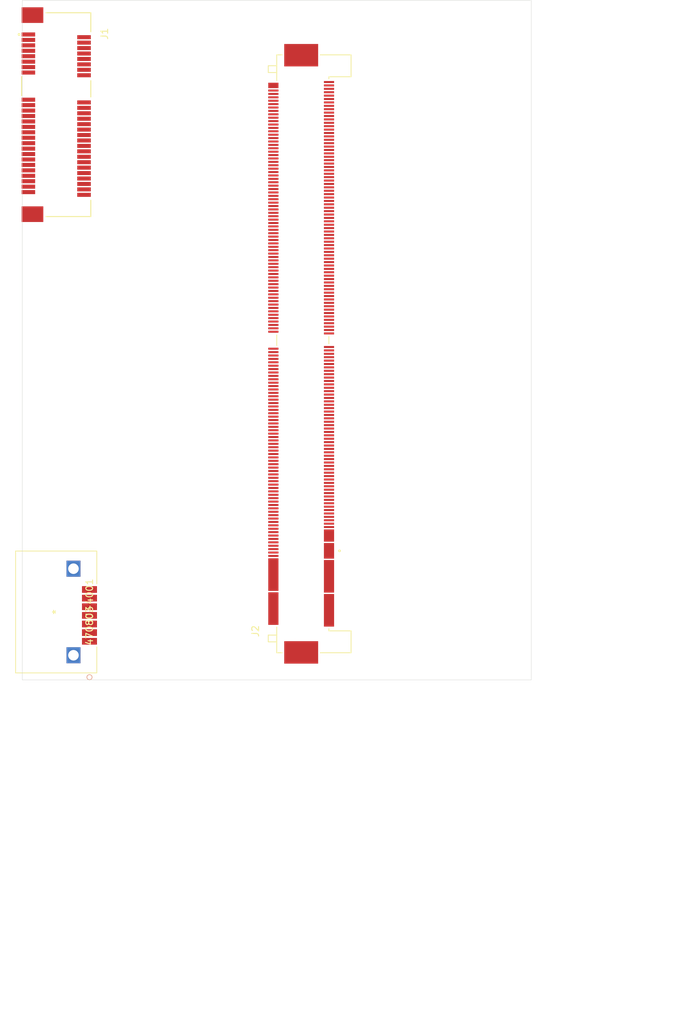
<source format=kicad_pcb>
(kicad_pcb (version 20171130) (host pcbnew 5.1.5+dfsg1-2build2)

  (general
    (thickness 1.6)
    (drawings 6)
    (tracks 0)
    (zones 0)
    (modules 3)
    (nets 2)
  )

  (page A4)
  (layers
    (0 F.Cu signal)
    (31 B.Cu signal)
    (32 B.Adhes user)
    (33 F.Adhes user)
    (34 B.Paste user)
    (35 F.Paste user)
    (36 B.SilkS user)
    (37 F.SilkS user)
    (38 B.Mask user)
    (39 F.Mask user)
    (40 Dwgs.User user)
    (41 Cmts.User user)
    (42 Eco1.User user)
    (43 Eco2.User user)
    (44 Edge.Cuts user)
    (45 Margin user)
    (46 B.CrtYd user)
    (47 F.CrtYd user)
    (48 B.Fab user)
    (49 F.Fab user)
  )

  (setup
    (last_trace_width 0.25)
    (trace_clearance 0.2)
    (zone_clearance 0.508)
    (zone_45_only no)
    (trace_min 0.2)
    (via_size 0.8)
    (via_drill 0.4)
    (via_min_size 0.4)
    (via_min_drill 0.3)
    (uvia_size 0.3)
    (uvia_drill 0.1)
    (uvias_allowed no)
    (uvia_min_size 0.2)
    (uvia_min_drill 0.1)
    (edge_width 0.05)
    (segment_width 0.2)
    (pcb_text_width 0.3)
    (pcb_text_size 1.5 1.5)
    (mod_edge_width 0.12)
    (mod_text_size 1 1)
    (mod_text_width 0.15)
    (pad_size 1.524 1.524)
    (pad_drill 0.762)
    (pad_to_mask_clearance 0.051)
    (solder_mask_min_width 0.25)
    (aux_axis_origin 0 0)
    (visible_elements FFFFFF7F)
    (pcbplotparams
      (layerselection 0x010fc_ffffffff)
      (usegerberextensions false)
      (usegerberattributes false)
      (usegerberadvancedattributes false)
      (creategerberjobfile false)
      (excludeedgelayer true)
      (linewidth 0.100000)
      (plotframeref false)
      (viasonmask false)
      (mode 1)
      (useauxorigin false)
      (hpglpennumber 1)
      (hpglpenspeed 20)
      (hpglpendiameter 15.000000)
      (psnegative false)
      (psa4output false)
      (plotreference true)
      (plotvalue true)
      (plotinvisibletext false)
      (padsonsilk false)
      (subtractmaskfromsilk false)
      (outputformat 1)
      (mirror false)
      (drillshape 1)
      (scaleselection 1)
      (outputdirectory ""))
  )

  (net 0 "")
  (net 1 "Net-(J2-PadS1)")

  (net_class Default "This is the default net class."
    (clearance 0.2)
    (trace_width 0.25)
    (via_dia 0.8)
    (via_drill 0.4)
    (uvia_dia 0.3)
    (uvia_drill 0.1)
    (add_net "Net-(J1-Pad1)")
    (add_net "Net-(J1-Pad10)")
    (add_net "Net-(J1-Pad11)")
    (add_net "Net-(J1-Pad12)")
    (add_net "Net-(J1-Pad13)")
    (add_net "Net-(J1-Pad14)")
    (add_net "Net-(J1-Pad15)")
    (add_net "Net-(J1-Pad16)")
    (add_net "Net-(J1-Pad17)")
    (add_net "Net-(J1-Pad18)")
    (add_net "Net-(J1-Pad19)")
    (add_net "Net-(J1-Pad2)")
    (add_net "Net-(J1-Pad20)")
    (add_net "Net-(J1-Pad21)")
    (add_net "Net-(J1-Pad22)")
    (add_net "Net-(J1-Pad23)")
    (add_net "Net-(J1-Pad24)")
    (add_net "Net-(J1-Pad25)")
    (add_net "Net-(J1-Pad26)")
    (add_net "Net-(J1-Pad27)")
    (add_net "Net-(J1-Pad28)")
    (add_net "Net-(J1-Pad29)")
    (add_net "Net-(J1-Pad3)")
    (add_net "Net-(J1-Pad30)")
    (add_net "Net-(J1-Pad31)")
    (add_net "Net-(J1-Pad32)")
    (add_net "Net-(J1-Pad33)")
    (add_net "Net-(J1-Pad34)")
    (add_net "Net-(J1-Pad35)")
    (add_net "Net-(J1-Pad36)")
    (add_net "Net-(J1-Pad37)")
    (add_net "Net-(J1-Pad38)")
    (add_net "Net-(J1-Pad39)")
    (add_net "Net-(J1-Pad4)")
    (add_net "Net-(J1-Pad40)")
    (add_net "Net-(J1-Pad41)")
    (add_net "Net-(J1-Pad42)")
    (add_net "Net-(J1-Pad43)")
    (add_net "Net-(J1-Pad44)")
    (add_net "Net-(J1-Pad45)")
    (add_net "Net-(J1-Pad46)")
    (add_net "Net-(J1-Pad47)")
    (add_net "Net-(J1-Pad48)")
    (add_net "Net-(J1-Pad49)")
    (add_net "Net-(J1-Pad5)")
    (add_net "Net-(J1-Pad50)")
    (add_net "Net-(J1-Pad51)")
    (add_net "Net-(J1-Pad52)")
    (add_net "Net-(J1-Pad6)")
    (add_net "Net-(J1-Pad7)")
    (add_net "Net-(J1-Pad8)")
    (add_net "Net-(J1-Pad9)")
    (add_net "Net-(J2-Pad1)")
    (add_net "Net-(J2-Pad10)")
    (add_net "Net-(J2-Pad100)")
    (add_net "Net-(J2-Pad101)")
    (add_net "Net-(J2-Pad102)")
    (add_net "Net-(J2-Pad103)")
    (add_net "Net-(J2-Pad104)")
    (add_net "Net-(J2-Pad105)")
    (add_net "Net-(J2-Pad106)")
    (add_net "Net-(J2-Pad107)")
    (add_net "Net-(J2-Pad108)")
    (add_net "Net-(J2-Pad109)")
    (add_net "Net-(J2-Pad11)")
    (add_net "Net-(J2-Pad110)")
    (add_net "Net-(J2-Pad111)")
    (add_net "Net-(J2-Pad112)")
    (add_net "Net-(J2-Pad113)")
    (add_net "Net-(J2-Pad114)")
    (add_net "Net-(J2-Pad115)")
    (add_net "Net-(J2-Pad116)")
    (add_net "Net-(J2-Pad117)")
    (add_net "Net-(J2-Pad118)")
    (add_net "Net-(J2-Pad119)")
    (add_net "Net-(J2-Pad12)")
    (add_net "Net-(J2-Pad120)")
    (add_net "Net-(J2-Pad121)")
    (add_net "Net-(J2-Pad122)")
    (add_net "Net-(J2-Pad123)")
    (add_net "Net-(J2-Pad124)")
    (add_net "Net-(J2-Pad125)")
    (add_net "Net-(J2-Pad133)")
    (add_net "Net-(J2-Pad134)")
    (add_net "Net-(J2-Pad135)")
    (add_net "Net-(J2-Pad136)")
    (add_net "Net-(J2-Pad137)")
    (add_net "Net-(J2-Pad138)")
    (add_net "Net-(J2-Pad139)")
    (add_net "Net-(J2-Pad14)")
    (add_net "Net-(J2-Pad140)")
    (add_net "Net-(J2-Pad141)")
    (add_net "Net-(J2-Pad142)")
    (add_net "Net-(J2-Pad143)")
    (add_net "Net-(J2-Pad144)")
    (add_net "Net-(J2-Pad145)")
    (add_net "Net-(J2-Pad146)")
    (add_net "Net-(J2-Pad147)")
    (add_net "Net-(J2-Pad148)")
    (add_net "Net-(J2-Pad149)")
    (add_net "Net-(J2-Pad150)")
    (add_net "Net-(J2-Pad151)")
    (add_net "Net-(J2-Pad152)")
    (add_net "Net-(J2-Pad153)")
    (add_net "Net-(J2-Pad154)")
    (add_net "Net-(J2-Pad155)")
    (add_net "Net-(J2-Pad156)")
    (add_net "Net-(J2-Pad157)")
    (add_net "Net-(J2-Pad158)")
    (add_net "Net-(J2-Pad159)")
    (add_net "Net-(J2-Pad16)")
    (add_net "Net-(J2-Pad160)")
    (add_net "Net-(J2-Pad161)")
    (add_net "Net-(J2-Pad162)")
    (add_net "Net-(J2-Pad163)")
    (add_net "Net-(J2-Pad164)")
    (add_net "Net-(J2-Pad165)")
    (add_net "Net-(J2-Pad166)")
    (add_net "Net-(J2-Pad167)")
    (add_net "Net-(J2-Pad168)")
    (add_net "Net-(J2-Pad169)")
    (add_net "Net-(J2-Pad170)")
    (add_net "Net-(J2-Pad171)")
    (add_net "Net-(J2-Pad172)")
    (add_net "Net-(J2-Pad173)")
    (add_net "Net-(J2-Pad174)")
    (add_net "Net-(J2-Pad175)")
    (add_net "Net-(J2-Pad176)")
    (add_net "Net-(J2-Pad177)")
    (add_net "Net-(J2-Pad178)")
    (add_net "Net-(J2-Pad179)")
    (add_net "Net-(J2-Pad18)")
    (add_net "Net-(J2-Pad180)")
    (add_net "Net-(J2-Pad181)")
    (add_net "Net-(J2-Pad182)")
    (add_net "Net-(J2-Pad183)")
    (add_net "Net-(J2-Pad184)")
    (add_net "Net-(J2-Pad185)")
    (add_net "Net-(J2-Pad186)")
    (add_net "Net-(J2-Pad187)")
    (add_net "Net-(J2-Pad188)")
    (add_net "Net-(J2-Pad189)")
    (add_net "Net-(J2-Pad19)")
    (add_net "Net-(J2-Pad190)")
    (add_net "Net-(J2-Pad191)")
    (add_net "Net-(J2-Pad192)")
    (add_net "Net-(J2-Pad193)")
    (add_net "Net-(J2-Pad194)")
    (add_net "Net-(J2-Pad195)")
    (add_net "Net-(J2-Pad196)")
    (add_net "Net-(J2-Pad197)")
    (add_net "Net-(J2-Pad198)")
    (add_net "Net-(J2-Pad199)")
    (add_net "Net-(J2-Pad2)")
    (add_net "Net-(J2-Pad20)")
    (add_net "Net-(J2-Pad200)")
    (add_net "Net-(J2-Pad201)")
    (add_net "Net-(J2-Pad202)")
    (add_net "Net-(J2-Pad203)")
    (add_net "Net-(J2-Pad204)")
    (add_net "Net-(J2-Pad205)")
    (add_net "Net-(J2-Pad206)")
    (add_net "Net-(J2-Pad207)")
    (add_net "Net-(J2-Pad208)")
    (add_net "Net-(J2-Pad209)")
    (add_net "Net-(J2-Pad21)")
    (add_net "Net-(J2-Pad210)")
    (add_net "Net-(J2-Pad211)")
    (add_net "Net-(J2-Pad212)")
    (add_net "Net-(J2-Pad213)")
    (add_net "Net-(J2-Pad214)")
    (add_net "Net-(J2-Pad215)")
    (add_net "Net-(J2-Pad216)")
    (add_net "Net-(J2-Pad217)")
    (add_net "Net-(J2-Pad218)")
    (add_net "Net-(J2-Pad219)")
    (add_net "Net-(J2-Pad22)")
    (add_net "Net-(J2-Pad220)")
    (add_net "Net-(J2-Pad221)")
    (add_net "Net-(J2-Pad222)")
    (add_net "Net-(J2-Pad223)")
    (add_net "Net-(J2-Pad224)")
    (add_net "Net-(J2-Pad225)")
    (add_net "Net-(J2-Pad226)")
    (add_net "Net-(J2-Pad227)")
    (add_net "Net-(J2-Pad228)")
    (add_net "Net-(J2-Pad229)")
    (add_net "Net-(J2-Pad23)")
    (add_net "Net-(J2-Pad230)")
    (add_net "Net-(J2-Pad231)")
    (add_net "Net-(J2-Pad232)")
    (add_net "Net-(J2-Pad233)")
    (add_net "Net-(J2-Pad234)")
    (add_net "Net-(J2-Pad235)")
    (add_net "Net-(J2-Pad236)")
    (add_net "Net-(J2-Pad237)")
    (add_net "Net-(J2-Pad238)")
    (add_net "Net-(J2-Pad239)")
    (add_net "Net-(J2-Pad24)")
    (add_net "Net-(J2-Pad240)")
    (add_net "Net-(J2-Pad241)")
    (add_net "Net-(J2-Pad242)")
    (add_net "Net-(J2-Pad243)")
    (add_net "Net-(J2-Pad244)")
    (add_net "Net-(J2-Pad245)")
    (add_net "Net-(J2-Pad246)")
    (add_net "Net-(J2-Pad247)")
    (add_net "Net-(J2-Pad248)")
    (add_net "Net-(J2-Pad249)")
    (add_net "Net-(J2-Pad25)")
    (add_net "Net-(J2-Pad250)")
    (add_net "Net-(J2-Pad251)")
    (add_net "Net-(J2-Pad252)")
    (add_net "Net-(J2-Pad253)")
    (add_net "Net-(J2-Pad254)")
    (add_net "Net-(J2-Pad255)")
    (add_net "Net-(J2-Pad256)")
    (add_net "Net-(J2-Pad257)")
    (add_net "Net-(J2-Pad258)")
    (add_net "Net-(J2-Pad259)")
    (add_net "Net-(J2-Pad26)")
    (add_net "Net-(J2-Pad260)")
    (add_net "Net-(J2-Pad261)")
    (add_net "Net-(J2-Pad262)")
    (add_net "Net-(J2-Pad263)")
    (add_net "Net-(J2-Pad264)")
    (add_net "Net-(J2-Pad265)")
    (add_net "Net-(J2-Pad266)")
    (add_net "Net-(J2-Pad267)")
    (add_net "Net-(J2-Pad268)")
    (add_net "Net-(J2-Pad269)")
    (add_net "Net-(J2-Pad27)")
    (add_net "Net-(J2-Pad270)")
    (add_net "Net-(J2-Pad271)")
    (add_net "Net-(J2-Pad272)")
    (add_net "Net-(J2-Pad273)")
    (add_net "Net-(J2-Pad274)")
    (add_net "Net-(J2-Pad275)")
    (add_net "Net-(J2-Pad276)")
    (add_net "Net-(J2-Pad277)")
    (add_net "Net-(J2-Pad278)")
    (add_net "Net-(J2-Pad279)")
    (add_net "Net-(J2-Pad28)")
    (add_net "Net-(J2-Pad281)")
    (add_net "Net-(J2-Pad29)")
    (add_net "Net-(J2-Pad30)")
    (add_net "Net-(J2-Pad31)")
    (add_net "Net-(J2-Pad32)")
    (add_net "Net-(J2-Pad33)")
    (add_net "Net-(J2-Pad34)")
    (add_net "Net-(J2-Pad35)")
    (add_net "Net-(J2-Pad36)")
    (add_net "Net-(J2-Pad37)")
    (add_net "Net-(J2-Pad38)")
    (add_net "Net-(J2-Pad39)")
    (add_net "Net-(J2-Pad4)")
    (add_net "Net-(J2-Pad40)")
    (add_net "Net-(J2-Pad41)")
    (add_net "Net-(J2-Pad42)")
    (add_net "Net-(J2-Pad43)")
    (add_net "Net-(J2-Pad44)")
    (add_net "Net-(J2-Pad45)")
    (add_net "Net-(J2-Pad46)")
    (add_net "Net-(J2-Pad47)")
    (add_net "Net-(J2-Pad48)")
    (add_net "Net-(J2-Pad49)")
    (add_net "Net-(J2-Pad50)")
    (add_net "Net-(J2-Pad51)")
    (add_net "Net-(J2-Pad52)")
    (add_net "Net-(J2-Pad53)")
    (add_net "Net-(J2-Pad54)")
    (add_net "Net-(J2-Pad55)")
    (add_net "Net-(J2-Pad56)")
    (add_net "Net-(J2-Pad57)")
    (add_net "Net-(J2-Pad58)")
    (add_net "Net-(J2-Pad59)")
    (add_net "Net-(J2-Pad6)")
    (add_net "Net-(J2-Pad60)")
    (add_net "Net-(J2-Pad61)")
    (add_net "Net-(J2-Pad62)")
    (add_net "Net-(J2-Pad63)")
    (add_net "Net-(J2-Pad64)")
    (add_net "Net-(J2-Pad65)")
    (add_net "Net-(J2-Pad66)")
    (add_net "Net-(J2-Pad67)")
    (add_net "Net-(J2-Pad68)")
    (add_net "Net-(J2-Pad69)")
    (add_net "Net-(J2-Pad70)")
    (add_net "Net-(J2-Pad71)")
    (add_net "Net-(J2-Pad72)")
    (add_net "Net-(J2-Pad73)")
    (add_net "Net-(J2-Pad74)")
    (add_net "Net-(J2-Pad75)")
    (add_net "Net-(J2-Pad76)")
    (add_net "Net-(J2-Pad77)")
    (add_net "Net-(J2-Pad78)")
    (add_net "Net-(J2-Pad79)")
    (add_net "Net-(J2-Pad8)")
    (add_net "Net-(J2-Pad80)")
    (add_net "Net-(J2-Pad81)")
    (add_net "Net-(J2-Pad82)")
    (add_net "Net-(J2-Pad83)")
    (add_net "Net-(J2-Pad84)")
    (add_net "Net-(J2-Pad85)")
    (add_net "Net-(J2-Pad86)")
    (add_net "Net-(J2-Pad87)")
    (add_net "Net-(J2-Pad88)")
    (add_net "Net-(J2-Pad89)")
    (add_net "Net-(J2-Pad90)")
    (add_net "Net-(J2-Pad91)")
    (add_net "Net-(J2-Pad92)")
    (add_net "Net-(J2-Pad93)")
    (add_net "Net-(J2-Pad94)")
    (add_net "Net-(J2-Pad95)")
    (add_net "Net-(J2-Pad96)")
    (add_net "Net-(J2-Pad97)")
    (add_net "Net-(J2-Pad98)")
    (add_net "Net-(J2-Pad99)")
    (add_net "Net-(J2-PadE1)")
    (add_net "Net-(J2-PadE2)")
    (add_net "Net-(J2-PadE3)")
    (add_net "Net-(J2-PadE4)")
    (add_net "Net-(J2-PadS1)")
    (add_net "Net-(J3-Pad1)")
    (add_net "Net-(J3-Pad2)")
    (add_net "Net-(J3-Pad3)")
    (add_net "Net-(J3-Pad4)")
    (add_net "Net-(J3-Pad5)")
    (add_net "Net-(J3-Pad6)")
    (add_net "Net-(J3-Pad7)")
  )

  (module footprint_IMX:47080-4001 (layer F.Cu) (tedit 0) (tstamp 60EDFCF6)
    (at 95 120 270)
    (path /60F12D87)
    (fp_text reference J3 (at 0 -4.904699 90) (layer F.SilkS)
      (effects (font (size 1 1) (thickness 0.15)))
    )
    (fp_text value 47080-4001 (at 0 -4.904699 90) (layer F.SilkS)
      (effects (font (size 1 1) (thickness 0.15)))
    )
    (fp_circle (center 4.309999 -2.999699) (end 4.690999 -2.999699) (layer F.Fab) (width 0.1))
    (fp_circle (center 9.6012 -4.904699) (end 9.9822 -4.904699) (layer B.SilkS) (width 0.12))
    (fp_circle (center 9.6012 -4.904699) (end 9.9822 -4.904699) (layer F.SilkS) (width 0.12))
    (fp_line (start 9.0932 -6.263599) (end -9.0932 -6.263599) (layer F.CrtYd) (width 0.05))
    (fp_line (start 9.0932 6.1087) (end 9.0932 -6.263599) (layer F.CrtYd) (width 0.05))
    (fp_line (start -9.0932 6.1087) (end 9.0932 6.1087) (layer F.CrtYd) (width 0.05))
    (fp_line (start -9.0932 -6.263599) (end -9.0932 6.1087) (layer F.CrtYd) (width 0.05))
    (fp_line (start -4.138041 -5.981699) (end -8.9662 -5.981699) (layer F.SilkS) (width 0.12))
    (fp_line (start -8.8392 -5.854699) (end -8.8392 5.8547) (layer F.Fab) (width 0.1))
    (fp_line (start 8.8392 -5.854699) (end -8.8392 -5.854699) (layer F.Fab) (width 0.1))
    (fp_line (start 8.8392 5.8547) (end 8.8392 -5.854699) (layer F.Fab) (width 0.1))
    (fp_line (start -8.8392 5.8547) (end 8.8392 5.8547) (layer F.Fab) (width 0.1))
    (fp_line (start -8.9662 -5.981699) (end -8.9662 5.9817) (layer F.SilkS) (width 0.12))
    (fp_line (start 8.9662 -5.981699) (end 5.138039 -5.981699) (layer F.SilkS) (width 0.12))
    (fp_line (start 8.9662 5.9817) (end 8.9662 -5.981699) (layer F.SilkS) (width 0.12))
    (fp_line (start -8.9662 5.9817) (end 8.9662 5.9817) (layer F.SilkS) (width 0.12))
    (fp_text user * (at 0 0 90) (layer F.Fab)
      (effects (font (size 1 1) (thickness 0.15)))
    )
    (fp_text user * (at 0 0 90) (layer F.SilkS)
      (effects (font (size 1 1) (thickness 0.15)))
    )
    (fp_text user "Copyright 2021 Accelerated Designs. All rights reserved." (at 0 0 90) (layer Cmts.User)
      (effects (font (size 0.127 0.127) (thickness 0.002)))
    )
    (pad 9 thru_hole rect (at 6.37 -2.544785) (size 2.0574 2.3622) (drill 1.5494) (layers *.Cu *.Mask))
    (pad 8 thru_hole rect (at -6.37 -2.544785) (size 2.0574 2.3622) (drill 1.5494) (layers *.Cu *.Mask))
    (pad 7 smd rect (at -3.310001 -4.904699 270) (size 0.9906 2.2098) (layers F.Cu F.Paste F.Mask))
    (pad 6 smd rect (at -2.040001 -4.904699 270) (size 0.9906 2.2098) (layers F.Cu F.Paste F.Mask))
    (pad 5 smd rect (at -0.770001 -4.904699 270) (size 0.9906 2.2098) (layers F.Cu F.Paste F.Mask))
    (pad 4 smd rect (at 0.499999 -4.904699 270) (size 0.9906 2.2098) (layers F.Cu F.Paste F.Mask))
    (pad 3 smd rect (at 1.769999 -4.904699 270) (size 0.9906 2.2098) (layers F.Cu F.Paste F.Mask))
    (pad 2 smd rect (at 3.039999 -4.904699 270) (size 0.9906 2.2098) (layers F.Cu F.Paste F.Mask))
    (pad 1 smd rect (at 4.309999 -4.904699 270) (size 0.9906 2.2098) (layers F.Cu F.Paste F.Mask))
  )

  (module footprint_IMX:JAE_MM70-314-310B1-2-R300 (layer F.Cu) (tedit 60EDF3C7) (tstamp 60EDFCD6)
    (at 130 80 90)
    (path /60EE2126)
    (fp_text reference J2 (at -42.825 -5.635 90) (layer F.SilkS)
      (effects (font (size 1 1) (thickness 0.15)))
    )
    (fp_text value MM70-314-310B1-1-R300 (at -30.125 10.135 90) (layer F.Fab)
      (effects (font (size 1 1) (thickness 0.15)))
    )
    (fp_line (start -42.78 8.45) (end -42.78 5.18) (layer F.SilkS) (width 0.127))
    (fp_line (start -46 3.914) (end -46 8.45) (layer F.SilkS) (width 0.127))
    (fp_line (start 42 8.45) (end 42 3.914) (layer F.SilkS) (width 0.127))
    (fp_line (start 38.78 8.45) (end 38.78 5.18) (layer F.SilkS) (width 0.127))
    (fp_line (start 38.78 8.45) (end 42 8.45) (layer F.SilkS) (width 0.127))
    (fp_line (start -46 8.45) (end -42.78 8.45) (layer F.SilkS) (width 0.127))
    (fp_line (start 39.4 -2.5) (end 40.4 -2.5) (layer F.SilkS) (width 0.127))
    (fp_line (start 40.4 -2.5) (end 39.4 -2.5) (layer F.Fab) (width 0.127))
    (fp_line (start -43.4 -2.5) (end -44.4 -2.5) (layer F.Fab) (width 0.127))
    (fp_line (start -43.4 -3.75) (end -43.4 -2.5) (layer F.SilkS) (width 0.127))
    (fp_line (start -44.4 -3.75) (end -44.4 -2.5) (layer F.SilkS) (width 0.127))
    (fp_line (start -43.4 -3.75) (end -44.4 -3.75) (layer F.SilkS) (width 0.127))
    (fp_line (start 39.4 -3.75) (end 39.4 -2.5) (layer F.SilkS) (width 0.127))
    (fp_line (start 40.4 -3.75) (end 40.4 -2.5) (layer F.SilkS) (width 0.127))
    (fp_line (start 39.4 -3.75) (end 40.4 -3.75) (layer F.SilkS) (width 0.127))
    (fp_circle (center -31 6.75) (end -30.9 6.75) (layer F.Fab) (width 0.2))
    (fp_line (start -0.5365 5.18) (end 0.5365 5.18) (layer F.SilkS) (width 0.127))
    (fp_circle (center -31 6.75) (end -30.9 6.75) (layer F.SilkS) (width 0.2))
    (fp_line (start 43.85 8.7) (end -47.85 8.7) (layer F.CrtYd) (width 0.05))
    (fp_line (start 43.85 -4) (end 43.85 8.7) (layer F.CrtYd) (width 0.05))
    (fp_line (start -47.85 -4) (end 43.85 -4) (layer F.CrtYd) (width 0.05))
    (fp_line (start -47.85 8.7) (end -47.85 -4) (layer F.CrtYd) (width 0.05))
    (fp_line (start 42 -2.5) (end 42 -1.714) (layer F.SilkS) (width 0.127))
    (fp_line (start 40.4 -2.5) (end 42 -2.5) (layer F.SilkS) (width 0.127))
    (fp_line (start 38.214 -2.5) (end 39.4 -2.5) (layer F.SilkS) (width 0.127))
    (fp_line (start 38.464 5.18) (end 38.78 5.18) (layer F.SilkS) (width 0.127))
    (fp_line (start -0.7865 -2.5) (end 0.7865 -2.5) (layer F.SilkS) (width 0.127))
    (fp_line (start -42.78 5.18) (end -42.464 5.18) (layer F.SilkS) (width 0.127))
    (fp_line (start -46 -2.5) (end -46 -1.714) (layer F.SilkS) (width 0.127))
    (fp_line (start -44.4 -2.5) (end -46 -2.5) (layer F.SilkS) (width 0.127))
    (fp_line (start -43.4 -2.5) (end -44.4 -2.5) (layer F.SilkS) (width 0.127))
    (fp_line (start -42.214 -2.5) (end -43.4 -2.5) (layer F.SilkS) (width 0.127))
    (fp_line (start -44.4 -2.5) (end -46 -2.5) (layer F.Fab) (width 0.127))
    (fp_line (start -44.4 -3.75) (end -44.4 -2.5) (layer F.Fab) (width 0.127))
    (fp_line (start -43.4 -3.75) (end -44.4 -3.75) (layer F.Fab) (width 0.127))
    (fp_line (start -43.4 -2.5) (end -43.4 -3.75) (layer F.Fab) (width 0.127))
    (fp_line (start 39.4 -2.5) (end -43.4 -2.5) (layer F.Fab) (width 0.127))
    (fp_line (start 39.4 -3.75) (end 39.4 -2.5) (layer F.Fab) (width 0.127))
    (fp_line (start 40.4 -3.75) (end 39.4 -3.75) (layer F.Fab) (width 0.127))
    (fp_line (start 40.4 -2.5) (end 40.4 -3.75) (layer F.Fab) (width 0.127))
    (fp_line (start 42 -2.5) (end 40.4 -2.5) (layer F.Fab) (width 0.127))
    (fp_line (start 42 8.45) (end 42 -2.5) (layer F.Fab) (width 0.127))
    (fp_line (start 38.78 8.45) (end 42 8.45) (layer F.Fab) (width 0.127))
    (fp_line (start 38.78 5.18) (end 38.78 8.45) (layer F.Fab) (width 0.127))
    (fp_line (start -42.78 5.18) (end 38.78 5.18) (layer F.Fab) (width 0.127))
    (fp_line (start -42.78 8.45) (end -42.78 5.18) (layer F.Fab) (width 0.127))
    (fp_line (start -46 8.45) (end -42.78 8.45) (layer F.Fab) (width 0.127))
    (fp_line (start -46 -2.5) (end -46 8.45) (layer F.Fab) (width 0.127))
    (pad S1 smd rect (at -45.95 1.1 90) (size 3.3 5) (layers F.Cu F.Paste F.Mask)
      (net 1 "Net-(J2-PadS1)"))
    (pad S2 smd rect (at 41.95 1.1 90) (size 3.3 5) (layers F.Cu F.Paste F.Mask)
      (net 1 "Net-(J2-PadS1)"))
    (pad None np_thru_hole circle (at 39 0 90) (size 1.7 1.7) (drill 1.7) (layers *.Cu *.Mask))
    (pad None np_thru_hole circle (at -43 0 90) (size 1.2 1.2) (drill 1.2) (layers *.Cu *.Mask))
    (pad 278 smd rect (at 37.5 -3 90) (size 0.8 1.5) (layers F.Cu F.Paste F.Mask))
    (pad 281 smd rect (at 38 5.2 90) (size 0.3 1.5) (layers F.Cu F.Paste F.Mask))
    (pad 279 smd rect (at 37.5 5.2 90) (size 0.3 1.5) (layers F.Cu F.Paste F.Mask))
    (pad 277 smd rect (at 37 5.2 90) (size 0.3 1.5) (layers F.Cu F.Paste F.Mask))
    (pad 276 smd rect (at 36.75 -3 90) (size 0.3 1.5) (layers F.Cu F.Paste F.Mask))
    (pad 275 smd rect (at 36.5 5.2 90) (size 0.3 1.5) (layers F.Cu F.Paste F.Mask))
    (pad 274 smd rect (at 36.25 -3 90) (size 0.3 1.5) (layers F.Cu F.Paste F.Mask))
    (pad 273 smd rect (at 36 5.2 90) (size 0.3 1.5) (layers F.Cu F.Paste F.Mask))
    (pad 272 smd rect (at 35.75 -3 90) (size 0.3 1.5) (layers F.Cu F.Paste F.Mask))
    (pad 271 smd rect (at 35.5 5.2 90) (size 0.3 1.5) (layers F.Cu F.Paste F.Mask))
    (pad 270 smd rect (at 35.25 -3 90) (size 0.3 1.5) (layers F.Cu F.Paste F.Mask))
    (pad 269 smd rect (at 35 5.2 90) (size 0.3 1.5) (layers F.Cu F.Paste F.Mask))
    (pad 268 smd rect (at 34.75 -3 90) (size 0.3 1.5) (layers F.Cu F.Paste F.Mask))
    (pad 267 smd rect (at 34.5 5.2 90) (size 0.3 1.5) (layers F.Cu F.Paste F.Mask))
    (pad 266 smd rect (at 34.25 -3 90) (size 0.3 1.5) (layers F.Cu F.Paste F.Mask))
    (pad 265 smd rect (at 34 5.2 90) (size 0.3 1.5) (layers F.Cu F.Paste F.Mask))
    (pad 264 smd rect (at 33.75 -3 90) (size 0.3 1.5) (layers F.Cu F.Paste F.Mask))
    (pad 263 smd rect (at 33.5 5.2 90) (size 0.3 1.5) (layers F.Cu F.Paste F.Mask))
    (pad 262 smd rect (at 33.25 -3 90) (size 0.3 1.5) (layers F.Cu F.Paste F.Mask))
    (pad 261 smd rect (at 33 5.2 90) (size 0.3 1.5) (layers F.Cu F.Paste F.Mask))
    (pad 260 smd rect (at 32.75 -3 90) (size 0.3 1.5) (layers F.Cu F.Paste F.Mask))
    (pad 259 smd rect (at 32.5 5.2 90) (size 0.3 1.5) (layers F.Cu F.Paste F.Mask))
    (pad 258 smd rect (at 32.25 -3 90) (size 0.3 1.5) (layers F.Cu F.Paste F.Mask))
    (pad 257 smd rect (at 32 5.2 90) (size 0.3 1.5) (layers F.Cu F.Paste F.Mask))
    (pad 256 smd rect (at 31.75 -3 90) (size 0.3 1.5) (layers F.Cu F.Paste F.Mask))
    (pad 255 smd rect (at 31.5 5.2 90) (size 0.3 1.5) (layers F.Cu F.Paste F.Mask))
    (pad 254 smd rect (at 31.25 -3 90) (size 0.3 1.5) (layers F.Cu F.Paste F.Mask))
    (pad 253 smd rect (at 31 5.2 90) (size 0.3 1.5) (layers F.Cu F.Paste F.Mask))
    (pad 252 smd rect (at 30.75 -3 90) (size 0.3 1.5) (layers F.Cu F.Paste F.Mask))
    (pad 251 smd rect (at 30.5 5.2 90) (size 0.3 1.5) (layers F.Cu F.Paste F.Mask))
    (pad 250 smd rect (at 30.25 -3 90) (size 0.3 1.5) (layers F.Cu F.Paste F.Mask))
    (pad 249 smd rect (at 30 5.2 90) (size 0.3 1.5) (layers F.Cu F.Paste F.Mask))
    (pad 248 smd rect (at 29.75 -3 90) (size 0.3 1.5) (layers F.Cu F.Paste F.Mask))
    (pad 247 smd rect (at 29.5 5.2 90) (size 0.3 1.5) (layers F.Cu F.Paste F.Mask))
    (pad 246 smd rect (at 29.25 -3 90) (size 0.3 1.5) (layers F.Cu F.Paste F.Mask))
    (pad 245 smd rect (at 29 5.2 90) (size 0.3 1.5) (layers F.Cu F.Paste F.Mask))
    (pad 244 smd rect (at 28.75 -3 90) (size 0.3 1.5) (layers F.Cu F.Paste F.Mask))
    (pad 243 smd rect (at 28.5 5.2 90) (size 0.3 1.5) (layers F.Cu F.Paste F.Mask))
    (pad 242 smd rect (at 28.25 -3 90) (size 0.3 1.5) (layers F.Cu F.Paste F.Mask))
    (pad 241 smd rect (at 28 5.2 90) (size 0.3 1.5) (layers F.Cu F.Paste F.Mask))
    (pad 240 smd rect (at 27.75 -3 90) (size 0.3 1.5) (layers F.Cu F.Paste F.Mask))
    (pad 239 smd rect (at 27.5 5.2 90) (size 0.3 1.5) (layers F.Cu F.Paste F.Mask))
    (pad 238 smd rect (at 27.25 -3 90) (size 0.3 1.5) (layers F.Cu F.Paste F.Mask))
    (pad 237 smd rect (at 27 5.2 90) (size 0.3 1.5) (layers F.Cu F.Paste F.Mask))
    (pad 236 smd rect (at 26.75 -3 90) (size 0.3 1.5) (layers F.Cu F.Paste F.Mask))
    (pad 235 smd rect (at 26.5 5.2 90) (size 0.3 1.5) (layers F.Cu F.Paste F.Mask))
    (pad 234 smd rect (at 26.25 -3 90) (size 0.3 1.5) (layers F.Cu F.Paste F.Mask))
    (pad 233 smd rect (at 26 5.2 90) (size 0.3 1.5) (layers F.Cu F.Paste F.Mask))
    (pad 232 smd rect (at 25.75 -3 90) (size 0.3 1.5) (layers F.Cu F.Paste F.Mask))
    (pad 231 smd rect (at 25.5 5.2 90) (size 0.3 1.5) (layers F.Cu F.Paste F.Mask))
    (pad 230 smd rect (at 25.25 -3 90) (size 0.3 1.5) (layers F.Cu F.Paste F.Mask))
    (pad 229 smd rect (at 25 5.2 90) (size 0.3 1.5) (layers F.Cu F.Paste F.Mask))
    (pad 228 smd rect (at 24.75 -3 90) (size 0.3 1.5) (layers F.Cu F.Paste F.Mask))
    (pad 227 smd rect (at 24.5 5.2 90) (size 0.3 1.5) (layers F.Cu F.Paste F.Mask))
    (pad 226 smd rect (at 24.25 -3 90) (size 0.3 1.5) (layers F.Cu F.Paste F.Mask))
    (pad 225 smd rect (at 24 5.2 90) (size 0.3 1.5) (layers F.Cu F.Paste F.Mask))
    (pad 224 smd rect (at 23.75 -3 90) (size 0.3 1.5) (layers F.Cu F.Paste F.Mask))
    (pad 223 smd rect (at 23.5 5.2 90) (size 0.3 1.5) (layers F.Cu F.Paste F.Mask))
    (pad 222 smd rect (at 23.25 -3 90) (size 0.3 1.5) (layers F.Cu F.Paste F.Mask))
    (pad 221 smd rect (at 23 5.2 90) (size 0.3 1.5) (layers F.Cu F.Paste F.Mask))
    (pad 220 smd rect (at 22.75 -3 90) (size 0.3 1.5) (layers F.Cu F.Paste F.Mask))
    (pad 219 smd rect (at 22.5 5.2 90) (size 0.3 1.5) (layers F.Cu F.Paste F.Mask))
    (pad 218 smd rect (at 22.25 -3 90) (size 0.3 1.5) (layers F.Cu F.Paste F.Mask))
    (pad 217 smd rect (at 22 5.2 90) (size 0.3 1.5) (layers F.Cu F.Paste F.Mask))
    (pad 216 smd rect (at 21.75 -3 90) (size 0.3 1.5) (layers F.Cu F.Paste F.Mask))
    (pad 215 smd rect (at 21.5 5.2 90) (size 0.3 1.5) (layers F.Cu F.Paste F.Mask))
    (pad 214 smd rect (at 21.25 -3 90) (size 0.3 1.5) (layers F.Cu F.Paste F.Mask))
    (pad 213 smd rect (at 21 5.2 90) (size 0.3 1.5) (layers F.Cu F.Paste F.Mask))
    (pad 212 smd rect (at 20.75 -3 90) (size 0.3 1.5) (layers F.Cu F.Paste F.Mask))
    (pad 211 smd rect (at 20.5 5.2 90) (size 0.3 1.5) (layers F.Cu F.Paste F.Mask))
    (pad 210 smd rect (at 20.25 -3 90) (size 0.3 1.5) (layers F.Cu F.Paste F.Mask))
    (pad 209 smd rect (at 20 5.2 90) (size 0.3 1.5) (layers F.Cu F.Paste F.Mask))
    (pad 208 smd rect (at 19.75 -3 90) (size 0.3 1.5) (layers F.Cu F.Paste F.Mask))
    (pad 207 smd rect (at 19.5 5.2 90) (size 0.3 1.5) (layers F.Cu F.Paste F.Mask))
    (pad 206 smd rect (at 19.25 -3 90) (size 0.3 1.5) (layers F.Cu F.Paste F.Mask))
    (pad 205 smd rect (at 19 5.2 90) (size 0.3 1.5) (layers F.Cu F.Paste F.Mask))
    (pad 204 smd rect (at 18.75 -3 90) (size 0.3 1.5) (layers F.Cu F.Paste F.Mask))
    (pad 203 smd rect (at 18.5 5.2 90) (size 0.3 1.5) (layers F.Cu F.Paste F.Mask))
    (pad 202 smd rect (at 18.25 -3 90) (size 0.3 1.5) (layers F.Cu F.Paste F.Mask))
    (pad 201 smd rect (at 18 5.2 90) (size 0.3 1.5) (layers F.Cu F.Paste F.Mask))
    (pad 200 smd rect (at 17.75 -3 90) (size 0.3 1.5) (layers F.Cu F.Paste F.Mask))
    (pad 199 smd rect (at 17.5 5.2 90) (size 0.3 1.5) (layers F.Cu F.Paste F.Mask))
    (pad 198 smd rect (at 17.25 -3 90) (size 0.3 1.5) (layers F.Cu F.Paste F.Mask))
    (pad 197 smd rect (at 17 5.2 90) (size 0.3 1.5) (layers F.Cu F.Paste F.Mask))
    (pad 196 smd rect (at 16.75 -3 90) (size 0.3 1.5) (layers F.Cu F.Paste F.Mask))
    (pad 195 smd rect (at 16.5 5.2 90) (size 0.3 1.5) (layers F.Cu F.Paste F.Mask))
    (pad 194 smd rect (at 16.25 -3 90) (size 0.3 1.5) (layers F.Cu F.Paste F.Mask))
    (pad 193 smd rect (at 16 5.2 90) (size 0.3 1.5) (layers F.Cu F.Paste F.Mask))
    (pad 192 smd rect (at 15.75 -3 90) (size 0.3 1.5) (layers F.Cu F.Paste F.Mask))
    (pad 191 smd rect (at 15.5 5.2 90) (size 0.3 1.5) (layers F.Cu F.Paste F.Mask))
    (pad 190 smd rect (at 15.25 -3 90) (size 0.3 1.5) (layers F.Cu F.Paste F.Mask))
    (pad 189 smd rect (at 15 5.2 90) (size 0.3 1.5) (layers F.Cu F.Paste F.Mask))
    (pad 188 smd rect (at 14.75 -3 90) (size 0.3 1.5) (layers F.Cu F.Paste F.Mask))
    (pad 187 smd rect (at 14.5 5.2 90) (size 0.3 1.5) (layers F.Cu F.Paste F.Mask))
    (pad 186 smd rect (at 14.25 -3 90) (size 0.3 1.5) (layers F.Cu F.Paste F.Mask))
    (pad 185 smd rect (at 14 5.2 90) (size 0.3 1.5) (layers F.Cu F.Paste F.Mask))
    (pad 184 smd rect (at 13.75 -3 90) (size 0.3 1.5) (layers F.Cu F.Paste F.Mask))
    (pad 183 smd rect (at 13.5 5.2 90) (size 0.3 1.5) (layers F.Cu F.Paste F.Mask))
    (pad 182 smd rect (at 13.25 -3 90) (size 0.3 1.5) (layers F.Cu F.Paste F.Mask))
    (pad 181 smd rect (at 13 5.2 90) (size 0.3 1.5) (layers F.Cu F.Paste F.Mask))
    (pad 180 smd rect (at 12.75 -3 90) (size 0.3 1.5) (layers F.Cu F.Paste F.Mask))
    (pad 179 smd rect (at 12.5 5.2 90) (size 0.3 1.5) (layers F.Cu F.Paste F.Mask))
    (pad 178 smd rect (at 12.25 -3 90) (size 0.3 1.5) (layers F.Cu F.Paste F.Mask))
    (pad 177 smd rect (at 12 5.2 90) (size 0.3 1.5) (layers F.Cu F.Paste F.Mask))
    (pad 176 smd rect (at 11.75 -3 90) (size 0.3 1.5) (layers F.Cu F.Paste F.Mask))
    (pad 175 smd rect (at 11.5 5.2 90) (size 0.3 1.5) (layers F.Cu F.Paste F.Mask))
    (pad 174 smd rect (at 11.25 -3 90) (size 0.3 1.5) (layers F.Cu F.Paste F.Mask))
    (pad 173 smd rect (at 11 5.2 90) (size 0.3 1.5) (layers F.Cu F.Paste F.Mask))
    (pad 172 smd rect (at 10.75 -3 90) (size 0.3 1.5) (layers F.Cu F.Paste F.Mask))
    (pad 171 smd rect (at 10.5 5.2 90) (size 0.3 1.5) (layers F.Cu F.Paste F.Mask))
    (pad 170 smd rect (at 10.25 -3 90) (size 0.3 1.5) (layers F.Cu F.Paste F.Mask))
    (pad 169 smd rect (at 10 5.2 90) (size 0.3 1.5) (layers F.Cu F.Paste F.Mask))
    (pad 168 smd rect (at 9.75 -3 90) (size 0.3 1.5) (layers F.Cu F.Paste F.Mask))
    (pad 167 smd rect (at 9.5 5.2 90) (size 0.3 1.5) (layers F.Cu F.Paste F.Mask))
    (pad 166 smd rect (at 9.25 -3 90) (size 0.3 1.5) (layers F.Cu F.Paste F.Mask))
    (pad 165 smd rect (at 9 5.2 90) (size 0.3 1.5) (layers F.Cu F.Paste F.Mask))
    (pad 164 smd rect (at 8.75 -3 90) (size 0.3 1.5) (layers F.Cu F.Paste F.Mask))
    (pad 163 smd rect (at 8.5 5.2 90) (size 0.3 1.5) (layers F.Cu F.Paste F.Mask))
    (pad 162 smd rect (at 8.25 -3 90) (size 0.3 1.5) (layers F.Cu F.Paste F.Mask))
    (pad 161 smd rect (at 8 5.2 90) (size 0.3 1.5) (layers F.Cu F.Paste F.Mask))
    (pad 160 smd rect (at 7.75 -3 90) (size 0.3 1.5) (layers F.Cu F.Paste F.Mask))
    (pad 159 smd rect (at 7.5 5.2 90) (size 0.3 1.5) (layers F.Cu F.Paste F.Mask))
    (pad 158 smd rect (at 7.25 -3 90) (size 0.3 1.5) (layers F.Cu F.Paste F.Mask))
    (pad 157 smd rect (at 7 5.2 90) (size 0.3 1.5) (layers F.Cu F.Paste F.Mask))
    (pad 156 smd rect (at 6.75 -3 90) (size 0.3 1.5) (layers F.Cu F.Paste F.Mask))
    (pad 155 smd rect (at 6.5 5.2 90) (size 0.3 1.5) (layers F.Cu F.Paste F.Mask))
    (pad 154 smd rect (at 6.25 -3 90) (size 0.3 1.5) (layers F.Cu F.Paste F.Mask))
    (pad 153 smd rect (at 6 5.2 90) (size 0.3 1.5) (layers F.Cu F.Paste F.Mask))
    (pad 152 smd rect (at 5.75 -3 90) (size 0.3 1.5) (layers F.Cu F.Paste F.Mask))
    (pad 151 smd rect (at 5.5 5.2 90) (size 0.3 1.5) (layers F.Cu F.Paste F.Mask))
    (pad 150 smd rect (at 5.25 -3 90) (size 0.3 1.5) (layers F.Cu F.Paste F.Mask))
    (pad 149 smd rect (at 5 5.2 90) (size 0.3 1.5) (layers F.Cu F.Paste F.Mask))
    (pad 148 smd rect (at 4.75 -3 90) (size 0.3 1.5) (layers F.Cu F.Paste F.Mask))
    (pad 147 smd rect (at 4.5 5.2 90) (size 0.3 1.5) (layers F.Cu F.Paste F.Mask))
    (pad 146 smd rect (at 4.25 -3 90) (size 0.3 1.5) (layers F.Cu F.Paste F.Mask))
    (pad 145 smd rect (at 4 5.2 90) (size 0.3 1.5) (layers F.Cu F.Paste F.Mask))
    (pad 144 smd rect (at 3.75 -3 90) (size 0.3 1.5) (layers F.Cu F.Paste F.Mask))
    (pad 143 smd rect (at 3.5 5.2 90) (size 0.3 1.5) (layers F.Cu F.Paste F.Mask))
    (pad 142 smd rect (at 3.25 -3 90) (size 0.3 1.5) (layers F.Cu F.Paste F.Mask))
    (pad 141 smd rect (at 3 5.2 90) (size 0.3 1.5) (layers F.Cu F.Paste F.Mask))
    (pad 140 smd rect (at 2.75 -3 90) (size 0.3 1.5) (layers F.Cu F.Paste F.Mask))
    (pad 139 smd rect (at 2.5 5.2 90) (size 0.3 1.5) (layers F.Cu F.Paste F.Mask))
    (pad 138 smd rect (at 2.25 -3 90) (size 0.3 1.5) (layers F.Cu F.Paste F.Mask))
    (pad 137 smd rect (at 2 5.2 90) (size 0.3 1.5) (layers F.Cu F.Paste F.Mask))
    (pad 136 smd rect (at 1.75 -3 90) (size 0.3 1.5) (layers F.Cu F.Paste F.Mask))
    (pad 135 smd rect (at 1.5 5.2 90) (size 0.3 1.5) (layers F.Cu F.Paste F.Mask))
    (pad 134 smd rect (at 1.25 -3 90) (size 0.3 1.5) (layers F.Cu F.Paste F.Mask))
    (pad 133 smd rect (at 1 5.2 90) (size 0.3 1.5) (layers F.Cu F.Paste F.Mask))
    (pad 125 smd rect (at -1 5.2 90) (size 0.3 1.5) (layers F.Cu F.Paste F.Mask))
    (pad 124 smd rect (at -1.25 -3 90) (size 0.3 1.5) (layers F.Cu F.Paste F.Mask))
    (pad 123 smd rect (at -1.5 5.2 90) (size 0.3 1.5) (layers F.Cu F.Paste F.Mask))
    (pad 122 smd rect (at -1.75 -3 90) (size 0.3 1.5) (layers F.Cu F.Paste F.Mask))
    (pad 121 smd rect (at -2 5.2 90) (size 0.3 1.5) (layers F.Cu F.Paste F.Mask))
    (pad 120 smd rect (at -2.25 -3 90) (size 0.3 1.5) (layers F.Cu F.Paste F.Mask))
    (pad 119 smd rect (at -2.5 5.2 90) (size 0.3 1.5) (layers F.Cu F.Paste F.Mask))
    (pad 118 smd rect (at -2.75 -3 90) (size 0.3 1.5) (layers F.Cu F.Paste F.Mask))
    (pad 117 smd rect (at -3 5.2 90) (size 0.3 1.5) (layers F.Cu F.Paste F.Mask))
    (pad 116 smd rect (at -3.25 -3 90) (size 0.3 1.5) (layers F.Cu F.Paste F.Mask))
    (pad 115 smd rect (at -3.5 5.2 90) (size 0.3 1.5) (layers F.Cu F.Paste F.Mask))
    (pad 114 smd rect (at -3.75 -3 90) (size 0.3 1.5) (layers F.Cu F.Paste F.Mask))
    (pad 113 smd rect (at -4 5.2 90) (size 0.3 1.5) (layers F.Cu F.Paste F.Mask))
    (pad 112 smd rect (at -4.25 -3 90) (size 0.3 1.5) (layers F.Cu F.Paste F.Mask))
    (pad 111 smd rect (at -4.5 5.2 90) (size 0.3 1.5) (layers F.Cu F.Paste F.Mask))
    (pad 110 smd rect (at -4.75 -3 90) (size 0.3 1.5) (layers F.Cu F.Paste F.Mask))
    (pad 109 smd rect (at -5 5.2 90) (size 0.3 1.5) (layers F.Cu F.Paste F.Mask))
    (pad 108 smd rect (at -5.25 -3 90) (size 0.3 1.5) (layers F.Cu F.Paste F.Mask))
    (pad 107 smd rect (at -5.5 5.2 90) (size 0.3 1.5) (layers F.Cu F.Paste F.Mask))
    (pad 106 smd rect (at -5.75 -3 90) (size 0.3 1.5) (layers F.Cu F.Paste F.Mask))
    (pad 105 smd rect (at -6 5.2 90) (size 0.3 1.5) (layers F.Cu F.Paste F.Mask))
    (pad 104 smd rect (at -6.25 -3 90) (size 0.3 1.5) (layers F.Cu F.Paste F.Mask))
    (pad 103 smd rect (at -6.5 5.2 90) (size 0.3 1.5) (layers F.Cu F.Paste F.Mask))
    (pad 102 smd rect (at -6.75 -3 90) (size 0.3 1.5) (layers F.Cu F.Paste F.Mask))
    (pad 101 smd rect (at -7 5.2 90) (size 0.3 1.5) (layers F.Cu F.Paste F.Mask))
    (pad 100 smd rect (at -7.25 -3 90) (size 0.3 1.5) (layers F.Cu F.Paste F.Mask))
    (pad 99 smd rect (at -7.5 5.2 90) (size 0.3 1.5) (layers F.Cu F.Paste F.Mask))
    (pad 98 smd rect (at -7.75 -3 90) (size 0.3 1.5) (layers F.Cu F.Paste F.Mask))
    (pad 97 smd rect (at -8 5.2 90) (size 0.3 1.5) (layers F.Cu F.Paste F.Mask))
    (pad 96 smd rect (at -8.25 -3 90) (size 0.3 1.5) (layers F.Cu F.Paste F.Mask))
    (pad 95 smd rect (at -8.5 5.2 90) (size 0.3 1.5) (layers F.Cu F.Paste F.Mask))
    (pad 94 smd rect (at -8.75 -3 90) (size 0.3 1.5) (layers F.Cu F.Paste F.Mask))
    (pad 93 smd rect (at -9 5.2 90) (size 0.3 1.5) (layers F.Cu F.Paste F.Mask))
    (pad 92 smd rect (at -9.25 -3 90) (size 0.3 1.5) (layers F.Cu F.Paste F.Mask))
    (pad 91 smd rect (at -9.5 5.2 90) (size 0.3 1.5) (layers F.Cu F.Paste F.Mask))
    (pad 90 smd rect (at -9.75 -3 90) (size 0.3 1.5) (layers F.Cu F.Paste F.Mask))
    (pad 89 smd rect (at -10 5.2 90) (size 0.3 1.5) (layers F.Cu F.Paste F.Mask))
    (pad 88 smd rect (at -10.25 -3 90) (size 0.3 1.5) (layers F.Cu F.Paste F.Mask))
    (pad 87 smd rect (at -10.5 5.2 90) (size 0.3 1.5) (layers F.Cu F.Paste F.Mask))
    (pad 86 smd rect (at -10.75 -3 90) (size 0.3 1.5) (layers F.Cu F.Paste F.Mask))
    (pad 85 smd rect (at -11 5.2 90) (size 0.3 1.5) (layers F.Cu F.Paste F.Mask))
    (pad 84 smd rect (at -11.25 -3 90) (size 0.3 1.5) (layers F.Cu F.Paste F.Mask))
    (pad 83 smd rect (at -11.5 5.2 90) (size 0.3 1.5) (layers F.Cu F.Paste F.Mask))
    (pad 82 smd rect (at -11.75 -3 90) (size 0.3 1.5) (layers F.Cu F.Paste F.Mask))
    (pad 81 smd rect (at -12 5.2 90) (size 0.3 1.5) (layers F.Cu F.Paste F.Mask))
    (pad 80 smd rect (at -12.25 -3 90) (size 0.3 1.5) (layers F.Cu F.Paste F.Mask))
    (pad 79 smd rect (at -12.5 5.2 90) (size 0.3 1.5) (layers F.Cu F.Paste F.Mask))
    (pad 78 smd rect (at -12.75 -3 90) (size 0.3 1.5) (layers F.Cu F.Paste F.Mask))
    (pad 77 smd rect (at -13 5.2 90) (size 0.3 1.5) (layers F.Cu F.Paste F.Mask))
    (pad 76 smd rect (at -13.25 -3 90) (size 0.3 1.5) (layers F.Cu F.Paste F.Mask))
    (pad 75 smd rect (at -13.5 5.2 90) (size 0.3 1.5) (layers F.Cu F.Paste F.Mask))
    (pad 74 smd rect (at -13.75 -3 90) (size 0.3 1.5) (layers F.Cu F.Paste F.Mask))
    (pad 73 smd rect (at -14 5.2 90) (size 0.3 1.5) (layers F.Cu F.Paste F.Mask))
    (pad 72 smd rect (at -14.25 -3 90) (size 0.3 1.5) (layers F.Cu F.Paste F.Mask))
    (pad 71 smd rect (at -14.5 5.2 90) (size 0.3 1.5) (layers F.Cu F.Paste F.Mask))
    (pad 70 smd rect (at -14.75 -3 90) (size 0.3 1.5) (layers F.Cu F.Paste F.Mask))
    (pad 69 smd rect (at -15 5.2 90) (size 0.3 1.5) (layers F.Cu F.Paste F.Mask))
    (pad 68 smd rect (at -15.25 -3 90) (size 0.3 1.5) (layers F.Cu F.Paste F.Mask))
    (pad 67 smd rect (at -15.5 5.2 90) (size 0.3 1.5) (layers F.Cu F.Paste F.Mask))
    (pad 66 smd rect (at -15.75 -3 90) (size 0.3 1.5) (layers F.Cu F.Paste F.Mask))
    (pad 65 smd rect (at -16 5.2 90) (size 0.3 1.5) (layers F.Cu F.Paste F.Mask))
    (pad 64 smd rect (at -16.25 -3 90) (size 0.3 1.5) (layers F.Cu F.Paste F.Mask))
    (pad 63 smd rect (at -16.5 5.2 90) (size 0.3 1.5) (layers F.Cu F.Paste F.Mask))
    (pad 62 smd rect (at -16.75 -3 90) (size 0.3 1.5) (layers F.Cu F.Paste F.Mask))
    (pad 61 smd rect (at -17 5.2 90) (size 0.3 1.5) (layers F.Cu F.Paste F.Mask))
    (pad 60 smd rect (at -17.25 -3 90) (size 0.3 1.5) (layers F.Cu F.Paste F.Mask))
    (pad 59 smd rect (at -17.5 5.2 90) (size 0.3 1.5) (layers F.Cu F.Paste F.Mask))
    (pad 58 smd rect (at -17.75 -3 90) (size 0.3 1.5) (layers F.Cu F.Paste F.Mask))
    (pad 57 smd rect (at -18 5.2 90) (size 0.3 1.5) (layers F.Cu F.Paste F.Mask))
    (pad 56 smd rect (at -18.25 -3 90) (size 0.3 1.5) (layers F.Cu F.Paste F.Mask))
    (pad 55 smd rect (at -18.5 5.2 90) (size 0.3 1.5) (layers F.Cu F.Paste F.Mask))
    (pad 54 smd rect (at -18.75 -3 90) (size 0.3 1.5) (layers F.Cu F.Paste F.Mask))
    (pad 53 smd rect (at -19 5.2 90) (size 0.3 1.5) (layers F.Cu F.Paste F.Mask))
    (pad 52 smd rect (at -19.25 -3 90) (size 0.3 1.5) (layers F.Cu F.Paste F.Mask))
    (pad 51 smd rect (at -19.5 5.2 90) (size 0.3 1.5) (layers F.Cu F.Paste F.Mask))
    (pad 50 smd rect (at -19.75 -3 90) (size 0.3 1.5) (layers F.Cu F.Paste F.Mask))
    (pad 49 smd rect (at -20 5.2 90) (size 0.3 1.5) (layers F.Cu F.Paste F.Mask))
    (pad 48 smd rect (at -20.25 -3 90) (size 0.3 1.5) (layers F.Cu F.Paste F.Mask))
    (pad 47 smd rect (at -20.5 5.2 90) (size 0.3 1.5) (layers F.Cu F.Paste F.Mask))
    (pad 46 smd rect (at -20.75 -3 90) (size 0.3 1.5) (layers F.Cu F.Paste F.Mask))
    (pad 45 smd rect (at -21 5.2 90) (size 0.3 1.5) (layers F.Cu F.Paste F.Mask))
    (pad 44 smd rect (at -21.25 -3 90) (size 0.3 1.5) (layers F.Cu F.Paste F.Mask))
    (pad 43 smd rect (at -21.5 5.2 90) (size 0.3 1.5) (layers F.Cu F.Paste F.Mask))
    (pad 42 smd rect (at -21.75 -3 90) (size 0.3 1.5) (layers F.Cu F.Paste F.Mask))
    (pad 41 smd rect (at -22 5.2 90) (size 0.3 1.5) (layers F.Cu F.Paste F.Mask))
    (pad 40 smd rect (at -22.25 -3 90) (size 0.3 1.5) (layers F.Cu F.Paste F.Mask))
    (pad 39 smd rect (at -22.5 5.2 90) (size 0.3 1.5) (layers F.Cu F.Paste F.Mask))
    (pad 38 smd rect (at -22.75 -3 90) (size 0.3 1.5) (layers F.Cu F.Paste F.Mask))
    (pad 37 smd rect (at -23 5.2 90) (size 0.3 1.5) (layers F.Cu F.Paste F.Mask))
    (pad 36 smd rect (at -23.25 -3 90) (size 0.3 1.5) (layers F.Cu F.Paste F.Mask))
    (pad 35 smd rect (at -23.5 5.2 90) (size 0.3 1.5) (layers F.Cu F.Paste F.Mask))
    (pad 34 smd rect (at -23.75 -3 90) (size 0.3 1.5) (layers F.Cu F.Paste F.Mask))
    (pad 33 smd rect (at -24 5.2 90) (size 0.3 1.5) (layers F.Cu F.Paste F.Mask))
    (pad 32 smd rect (at -24.25 -3 90) (size 0.3 1.5) (layers F.Cu F.Paste F.Mask))
    (pad 31 smd rect (at -24.5 5.2 90) (size 0.3 1.5) (layers F.Cu F.Paste F.Mask))
    (pad 30 smd rect (at -24.75 -3 90) (size 0.3 1.5) (layers F.Cu F.Paste F.Mask))
    (pad 29 smd rect (at -25 5.2 90) (size 0.3 1.5) (layers F.Cu F.Paste F.Mask))
    (pad 28 smd rect (at -25.25 -3 90) (size 0.3 1.5) (layers F.Cu F.Paste F.Mask))
    (pad 27 smd rect (at -25.5 5.2 90) (size 0.3 1.5) (layers F.Cu F.Paste F.Mask))
    (pad 26 smd rect (at -25.75 -3 90) (size 0.3 1.5) (layers F.Cu F.Paste F.Mask))
    (pad 25 smd rect (at -26 5.2 90) (size 0.3 1.5) (layers F.Cu F.Paste F.Mask))
    (pad 24 smd rect (at -26.25 -3 90) (size 0.3 1.5) (layers F.Cu F.Paste F.Mask))
    (pad 23 smd rect (at -26.5 5.2 90) (size 0.3 1.5) (layers F.Cu F.Paste F.Mask))
    (pad 22 smd rect (at -26.75 -3 90) (size 0.3 1.5) (layers F.Cu F.Paste F.Mask))
    (pad 21 smd rect (at -27 5.2 90) (size 0.3 1.5) (layers F.Cu F.Paste F.Mask))
    (pad 20 smd rect (at -27.25 -3 90) (size 0.3 1.5) (layers F.Cu F.Paste F.Mask))
    (pad 18 smd rect (at -27.75 -3 90) (size 0.3 1.5) (layers F.Cu F.Paste F.Mask))
    (pad 16 smd rect (at -28.25 -3 90) (size 0.3 1.5) (layers F.Cu F.Paste F.Mask))
    (pad 14 smd rect (at -28.75 -3 90) (size 0.3 1.5) (layers F.Cu F.Paste F.Mask))
    (pad 12 smd rect (at -29.25 -3 90) (size 0.3 1.5) (layers F.Cu F.Paste F.Mask))
    (pad 10 smd rect (at -29.75 -3 90) (size 0.3 1.5) (layers F.Cu F.Paste F.Mask))
    (pad 8 smd rect (at -30.25 -3 90) (size 0.3 1.5) (layers F.Cu F.Paste F.Mask))
    (pad 6 smd rect (at -30.75 -3 90) (size 0.3 1.5) (layers F.Cu F.Paste F.Mask))
    (pad 4 smd rect (at -31.25 -3 90) (size 0.3 1.5) (layers F.Cu F.Paste F.Mask))
    (pad 2 smd rect (at -31.75 -3 90) (size 0.3 1.5) (layers F.Cu F.Paste F.Mask))
    (pad E2 smd rect (at -39.5 -3 90) (size 4.8 1.5) (layers F.Cu F.Paste F.Mask))
    (pad E4 smd rect (at -34.5 -3 90) (size 4.8 1.5) (layers F.Cu F.Paste F.Mask))
    (pad E1 smd rect (at -39.75 5.2 90) (size 4.8 1.5) (layers F.Cu F.Paste F.Mask))
    (pad E3 smd rect (at -34.75 5.2 90) (size 4.8 1.5) (layers F.Cu F.Paste F.Mask))
    (pad 19 smd rect (at -27.5 5.2 90) (size 0.3 1.5) (layers F.Cu F.Paste F.Mask))
    (pad 11 smd rect (at -28.75 5.2 90) (size 1.8 1.5) (layers F.Cu F.Paste F.Mask))
    (pad 1 smd rect (at -31 5.2 90) (size 2.3 1.5) (layers F.Cu F.Paste F.Mask))
    (model /home/william/Documents/EmbeddedSystems/IMX/PCB_Design/library_design/3D_IMX/MM70-314-310B1-1-R300.step
      (offset (xyz -2 -2.5 0))
      (scale (xyz 1 1 1))
      (rotate (xyz -90 0 0))
    )
  )

  (module footprint_IMX:MOLEX_67910-5700 (layer F.Cu) (tedit 60EDC75E) (tstamp 60EDD706)
    (at 95 45 270)
    (path /60EE9A2C)
    (fp_text reference J1 (at -10.100025 -7.122635 90) (layer F.SilkS)
      (effects (font (size 1.00248 1.00248) (thickness 0.15)))
    )
    (fp_text value 67910-5700 (at -4.09956 7.43238 90) (layer F.Fab)
      (effects (font (size 1.002346 1.002346) (thickness 0.15)))
    )
    (fp_line (start -1 5.1) (end -3.8 5.1) (layer F.SilkS) (width 0.1524))
    (fp_line (start 14.4 -5.1) (end 16.8 -5.1) (layer F.SilkS) (width 0.1524))
    (fp_line (start -3.2 -5.1) (end -0.8 -5.1) (layer F.SilkS) (width 0.1524))
    (fp_line (start 16.8 -5.1) (end 16.8 1.5) (layer F.SilkS) (width 0.1524))
    (fp_line (start -13.2 -5.1) (end -10.4 -5.1) (layer F.SilkS) (width 0.1524))
    (fp_line (start -13.2 1.5) (end -13.2 -5.1) (layer F.SilkS) (width 0.1524))
    (fp_circle (center -10 5.473) (end -9.9 5.473) (layer F.SilkS) (width 0.2))
    (fp_line (start -13.5 1.625) (end -13.5 -5.49) (layer F.CrtYd) (width 0.05))
    (fp_line (start -14.25 1.625) (end -13.5 1.625) (layer F.CrtYd) (width 0.05))
    (fp_line (start -14.25 5.5) (end -14.25 1.625) (layer F.CrtYd) (width 0.05))
    (fp_line (start 17.875 5.5) (end -14.25 5.5) (layer F.CrtYd) (width 0.05))
    (fp_line (start 17.875 1.625) (end 17.875 5.5) (layer F.CrtYd) (width 0.05))
    (fp_line (start 17.125 1.625) (end 17.875 1.625) (layer F.CrtYd) (width 0.05))
    (fp_line (start 17.125 -5.49) (end 17.125 1.625) (layer F.CrtYd) (width 0.05))
    (fp_line (start -13.5 -5.49) (end 17.125 -5.49) (layer F.CrtYd) (width 0.05))
    (fp_line (start -13.2 5.1) (end -13.2 -5.1) (layer F.Fab) (width 0.1524))
    (fp_line (start 16.8 5.1) (end -13.2 5.1) (layer F.Fab) (width 0.1524))
    (fp_line (start 16.8 -5.1) (end 16.8 5.1) (layer F.Fab) (width 0.1524))
    (fp_line (start -13.2 -5.1) (end 16.8 -5.1) (layer F.Fab) (width 0.1524))
    (pad None np_thru_hole circle (at -10.7 0 270) (size 1.6 1.6) (drill 1.6) (layers *.Cu *.Mask))
    (pad None np_thru_hole circle (at 14.3 0 270) (size 1.1 1.1) (drill 1.1) (layers *.Cu *.Mask))
    (pad 54 smd rect (at 16.45 3.5 270) (size 2.3 3.2) (layers F.Cu F.Paste F.Mask))
    (pad 53 smd rect (at -12.85 3.5 270) (size 2.3 3.2) (layers F.Cu F.Paste F.Mask))
    (pad 51 smd rect (at 13.2 4.1 270) (size 0.6 2) (layers F.Cu F.Paste F.Mask))
    (pad 49 smd rect (at 12.4 4.1 270) (size 0.6 2) (layers F.Cu F.Paste F.Mask))
    (pad 52 smd rect (at 13.6 -4.1 270) (size 0.6 2) (layers F.Cu F.Paste F.Mask))
    (pad 50 smd rect (at 12.8 -4.1 270) (size 0.6 2) (layers F.Cu F.Paste F.Mask))
    (pad 47 smd rect (at 11.6 4.1 270) (size 0.6 2) (layers F.Cu F.Paste F.Mask))
    (pad 48 smd rect (at 12 -4.1 270) (size 0.6 2) (layers F.Cu F.Paste F.Mask))
    (pad 45 smd rect (at 10.8 4.1 270) (size 0.6 2) (layers F.Cu F.Paste F.Mask))
    (pad 46 smd rect (at 11.2 -4.1 270) (size 0.6 2) (layers F.Cu F.Paste F.Mask))
    (pad 43 smd rect (at 10 4.1 270) (size 0.6 2) (layers F.Cu F.Paste F.Mask))
    (pad 44 smd rect (at 10.4 -4.1 270) (size 0.6 2) (layers F.Cu F.Paste F.Mask))
    (pad 41 smd rect (at 9.2 4.1 270) (size 0.6 2) (layers F.Cu F.Paste F.Mask))
    (pad 42 smd rect (at 9.6 -4.1 270) (size 0.6 2) (layers F.Cu F.Paste F.Mask))
    (pad 39 smd rect (at 8.4 4.1 270) (size 0.6 2) (layers F.Cu F.Paste F.Mask))
    (pad 40 smd rect (at 8.8 -4.1 270) (size 0.6 2) (layers F.Cu F.Paste F.Mask))
    (pad 37 smd rect (at 7.6 4.1 270) (size 0.6 2) (layers F.Cu F.Paste F.Mask))
    (pad 38 smd rect (at 8 -4.1 270) (size 0.6 2) (layers F.Cu F.Paste F.Mask))
    (pad 35 smd rect (at 6.8 4.1 270) (size 0.6 2) (layers F.Cu F.Paste F.Mask))
    (pad 36 smd rect (at 7.2 -4.1 270) (size 0.6 2) (layers F.Cu F.Paste F.Mask))
    (pad 33 smd rect (at 6 4.1 270) (size 0.6 2) (layers F.Cu F.Paste F.Mask))
    (pad 34 smd rect (at 6.4 -4.1 270) (size 0.6 2) (layers F.Cu F.Paste F.Mask))
    (pad 31 smd rect (at 5.2 4.1 270) (size 0.6 2) (layers F.Cu F.Paste F.Mask))
    (pad 32 smd rect (at 5.6 -4.1 270) (size 0.6 2) (layers F.Cu F.Paste F.Mask))
    (pad 29 smd rect (at 4.4 4.1 270) (size 0.6 2) (layers F.Cu F.Paste F.Mask))
    (pad 30 smd rect (at 4.8 -4.1 270) (size 0.6 2) (layers F.Cu F.Paste F.Mask))
    (pad 27 smd rect (at 3.6 4.1 270) (size 0.6 2) (layers F.Cu F.Paste F.Mask))
    (pad 28 smd rect (at 4 -4.1 270) (size 0.6 2) (layers F.Cu F.Paste F.Mask))
    (pad 25 smd rect (at 2.8 4.1 270) (size 0.6 2) (layers F.Cu F.Paste F.Mask))
    (pad 26 smd rect (at 3.2 -4.1 270) (size 0.6 2) (layers F.Cu F.Paste F.Mask))
    (pad 23 smd rect (at 2 4.1 270) (size 0.6 2) (layers F.Cu F.Paste F.Mask))
    (pad 24 smd rect (at 2.4 -4.1 270) (size 0.6 2) (layers F.Cu F.Paste F.Mask))
    (pad 21 smd rect (at 1.2 4.1 270) (size 0.6 2) (layers F.Cu F.Paste F.Mask))
    (pad 22 smd rect (at 1.6 -4.1 270) (size 0.6 2) (layers F.Cu F.Paste F.Mask))
    (pad 19 smd rect (at 0.4 4.1 270) (size 0.6 2) (layers F.Cu F.Paste F.Mask))
    (pad 20 smd rect (at 0.8 -4.1 270) (size 0.6 2) (layers F.Cu F.Paste F.Mask))
    (pad 17 smd rect (at -0.4 4.1 270) (size 0.6 2) (layers F.Cu F.Paste F.Mask))
    (pad 18 smd rect (at 0 -4.1 270) (size 0.6 2) (layers F.Cu F.Paste F.Mask))
    (pad 15 smd rect (at -4.4 4.1 270) (size 0.6 2) (layers F.Cu F.Paste F.Mask))
    (pad 16 smd rect (at -4 -4.1 270) (size 0.6 2) (layers F.Cu F.Paste F.Mask))
    (pad 13 smd rect (at -5.2 4.1 270) (size 0.6 2) (layers F.Cu F.Paste F.Mask))
    (pad 14 smd rect (at -4.8 -4.1 270) (size 0.6 2) (layers F.Cu F.Paste F.Mask))
    (pad 11 smd rect (at -6 4.1 270) (size 0.6 2) (layers F.Cu F.Paste F.Mask))
    (pad 12 smd rect (at -5.6 -4.1 270) (size 0.6 2) (layers F.Cu F.Paste F.Mask))
    (pad 9 smd rect (at -6.8 4.1 270) (size 0.6 2) (layers F.Cu F.Paste F.Mask))
    (pad 10 smd rect (at -6.4 -4.1 270) (size 0.6 2) (layers F.Cu F.Paste F.Mask))
    (pad 7 smd rect (at -7.6 4.1 270) (size 0.6 2) (layers F.Cu F.Paste F.Mask))
    (pad 8 smd rect (at -7.2 -4.1 270) (size 0.6 2) (layers F.Cu F.Paste F.Mask))
    (pad 5 smd rect (at -8.4 4.1 270) (size 0.6 2) (layers F.Cu F.Paste F.Mask))
    (pad 6 smd rect (at -8 -4.1 270) (size 0.6 2) (layers F.Cu F.Paste F.Mask))
    (pad 3 smd rect (at -9.2 4.1 270) (size 0.6 2) (layers F.Cu F.Paste F.Mask))
    (pad 4 smd rect (at -8.8 -4.1 270) (size 0.6 2) (layers F.Cu F.Paste F.Mask))
    (pad 1 smd rect (at -10 4.1 270) (size 0.6 2) (layers F.Cu F.Paste F.Mask))
    (pad 2 smd rect (at -9.6 -4.1 270) (size 0.6 2) (layers F.Cu F.Paste F.Mask))
    (model /home/william/Documents/EmbeddedSystems/IMX/PCB_Design/library_design/3D_IMX/67910-5700--3DModel-STEP-1.STEP
      (at (xyz 0 0 0))
      (scale (xyz 1 1 1))
      (rotate (xyz -90 0 0))
    )
  )

  (gr_line (start 90 30) (end 90 130) (layer Edge.Cuts) (width 0.05) (tstamp 60EE0280))
  (gr_line (start 165 30) (end 90 30) (layer Edge.Cuts) (width 0.05))
  (gr_line (start 165 130) (end 165 30) (layer Edge.Cuts) (width 0.05))
  (gr_line (start 90 130) (end 165 130) (layer Edge.Cuts) (width 0.05))
  (dimension 75 (width 0.15) (layer Dwgs.User)
    (gr_text "75,000 mm" (at 127.5 181.3) (layer Dwgs.User)
      (effects (font (size 1 1) (thickness 0.15)))
    )
    (feature1 (pts (xy 90 130) (xy 90 180.586421)))
    (feature2 (pts (xy 165 130) (xy 165 180.586421)))
    (crossbar (pts (xy 165 180) (xy 90 180)))
    (arrow1a (pts (xy 90 180) (xy 91.126504 179.413579)))
    (arrow1b (pts (xy 90 180) (xy 91.126504 180.586421)))
    (arrow2a (pts (xy 165 180) (xy 163.873496 179.413579)))
    (arrow2b (pts (xy 165 180) (xy 163.873496 180.586421)))
  )
  (dimension 100 (width 0.15) (layer Dwgs.User)
    (gr_text "100,000 mm" (at 186.3 80 270) (layer Dwgs.User)
      (effects (font (size 1 1) (thickness 0.15)))
    )
    (feature1 (pts (xy 165 130) (xy 185.586421 130)))
    (feature2 (pts (xy 165 30) (xy 185.586421 30)))
    (crossbar (pts (xy 185 30) (xy 185 130)))
    (arrow1a (pts (xy 185 130) (xy 184.413579 128.873496)))
    (arrow1b (pts (xy 185 130) (xy 185.586421 128.873496)))
    (arrow2a (pts (xy 185 30) (xy 184.413579 31.126504)))
    (arrow2b (pts (xy 185 30) (xy 185.586421 31.126504)))
  )

)

</source>
